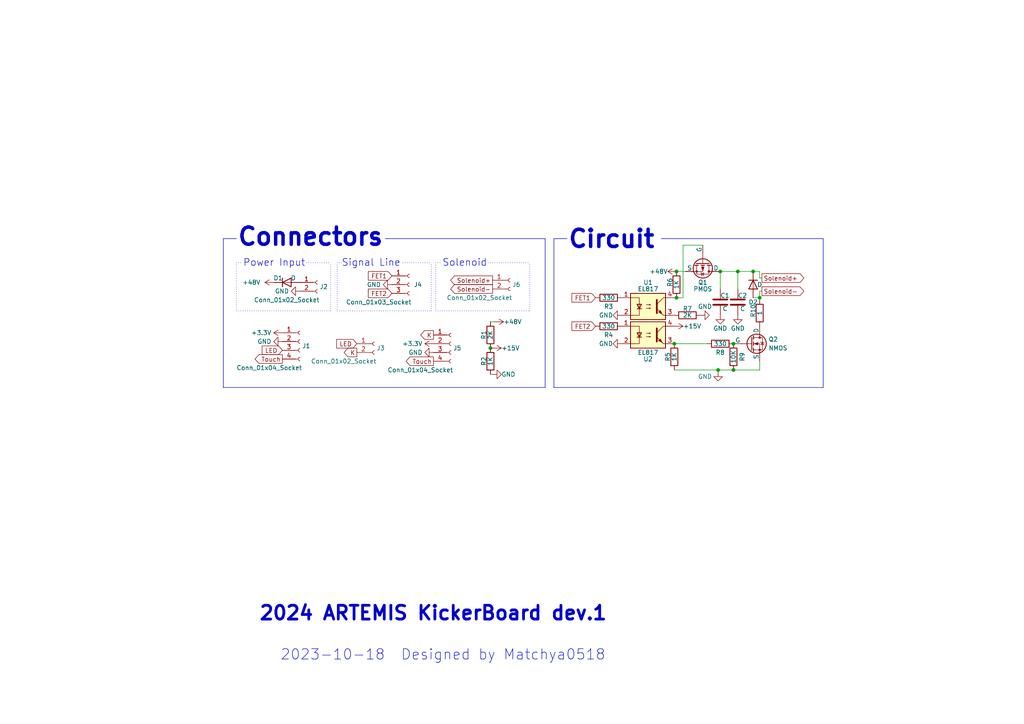
<source format=kicad_sch>
(kicad_sch (version 20230121) (generator eeschema)
  (paper "A4")
  (lib_symbols
    (symbol "Connector:Conn_01x02_Socket" (pin_names (offset 1.016) hide)
      (property "Reference" "J" (at 0 2.54 0))
      (property "Value" "Conn_01x02_Socket" (at 0 -5.08 0))
      (symbol "Conn_01x02_Socket_1_1"
        (arc (start 0 -2.032) (mid -0.5058 -2.54) (end 0 -3.048) (stroke (width 0.1524)))
        (polyline (pts (xy -1.27 -2.54) (xy -0.508 -2.54)) (stroke (width 0.1524)))
        (polyline (pts (xy -1.27 0) (xy -0.508 0)) (stroke (width 0.1524)))
        (arc (start 0 0.508) (mid -0.5058 0) (end 0 -0.508) (stroke (width 0.1524)))
        (pin passive line (at -5.08 0 0) (length 3.81) (name "Pin_1") (number "1"))
        (pin passive line (at -5.08 -2.54 0) (length 3.81) (name "Pin_2") (number "2"))
      )
    )
    (symbol "Connector:Conn_01x03_Socket" (pin_names (offset 1.016) hide)
      (property "Reference" "J" (at 0 5.08 0))
      (property "Value" "Conn_01x03_Socket" (at 0 -5.08 0))
      (symbol "Conn_01x03_Socket_1_1"
        (arc (start 0 -2.032) (mid -0.5058 -2.54) (end 0 -3.048) (stroke (width 0.1524)))
        (polyline (pts (xy -1.27 -2.54) (xy -0.508 -2.54)) (stroke (width 0.1524)))
        (polyline (pts (xy -1.27 0) (xy -0.508 0)) (stroke (width 0.1524)))
        (polyline (pts (xy -1.27 2.54) (xy -0.508 2.54)) (stroke (width 0.1524)))
        (arc (start 0 0.508) (mid -0.5058 0) (end 0 -0.508) (stroke (width 0.1524)))
        (arc (start 0 3.048) (mid -0.5058 2.54) (end 0 2.032) (stroke (width 0.1524)))
        (pin passive line (at -5.08 2.54 0) (length 3.81) (name "Pin_1") (number "1"))
        (pin passive line (at -5.08 0 0) (length 3.81) (name "Pin_2") (number "2"))
        (pin passive line (at -5.08 -2.54 0) (length 3.81) (name "Pin_3") (number "3"))
      )
    )
    (symbol "Connector:Conn_01x04_Socket" (pin_names (offset 1.016) hide)
      (property "Reference" "J" (at 0 5.08 0))
      (property "Value" "Conn_01x04_Socket" (at 0 -7.62 0))
      (symbol "Conn_01x04_Socket_1_1"
        (arc (start 0 -4.572) (mid -0.5058 -5.08) (end 0 -5.588) (stroke (width 0.1524)))
        (arc (start 0 -2.032) (mid -0.5058 -2.54) (end 0 -3.048) (stroke (width 0.1524)))
        (polyline (pts (xy -1.27 -5.08) (xy -0.508 -5.08)) (stroke (width 0.1524)))
        (polyline (pts (xy -1.27 -2.54) (xy -0.508 -2.54)) (stroke (width 0.1524)))
        (polyline (pts (xy -1.27 0) (xy -0.508 0)) (stroke (width 0.1524)))
        (polyline (pts (xy -1.27 2.54) (xy -0.508 2.54)) (stroke (width 0.1524)))
        (arc (start 0 0.508) (mid -0.5058 0) (end 0 -0.508) (stroke (width 0.1524)))
        (arc (start 0 3.048) (mid -0.5058 2.54) (end 0 2.032) (stroke (width 0.1524)))
        (pin passive line (at -5.08 2.54 0) (length 3.81) (name "Pin_1") (number "1"))
        (pin passive line (at -5.08 0 0) (length 3.81) (name "Pin_2") (number "2"))
        (pin passive line (at -5.08 -2.54 0) (length 3.81) (name "Pin_3") (number "3"))
        (pin passive line (at -5.08 -5.08 0) (length 3.81) (name "Pin_4") (number "4"))
      )
    )
    (symbol "Device:C" (pin_numbers hide) (pin_names (offset 0.254))
      (property "Reference" "C" (at 0.635 2.54 0))
      (property "Value" "C" (at 0.635 -2.54 0))
      (symbol "C_0_1"
        (polyline (pts (xy -2.032 -0.762) (xy 2.032 -0.762)) (stroke (width 0.508)))
        (polyline (pts (xy -2.032 0.762) (xy 2.032 0.762)) (stroke (width 0.508)))
      )
      (symbol "C_1_1"
        (pin passive line (at 0 3.81 270) (length 2.794) (name "~") (number "1"))
        (pin passive line (at 0 -3.81 90) (length 2.794) (name "~") (number "2"))
      )
    )
    (symbol "Device:D" (pin_numbers hide) (pin_names (offset 1.016) hide)
      (property "Reference" "D" (at 0 2.54 0))
      (property "Value" "D" (at 0 -2.54 0))
      (symbol "D_0_1"
        (polyline (pts (xy -1.27 1.27) (xy -1.27 -1.27)) (stroke (width 0.254)))
        (polyline (pts (xy 1.27 0) (xy -1.27 0)))
        (polyline (pts (xy 1.27 1.27) (xy 1.27 -1.27) (xy -1.27 0) (xy 1.27 1.27)) (stroke (width 0.254)))
      )
      (symbol "D_1_1"
        (pin passive line (at -3.81 0 0) (length 2.54) (name "K") (number "1"))
        (pin passive line (at 3.81 0 180) (length 2.54) (name "A") (number "2"))
      )
    )
    (symbol "Device:R" (pin_numbers hide) (pin_names (offset 0))
      (property "Reference" "R" (at 2.032 0 90))
      (property "Value" "R" (at 0 0 90))
      (symbol "R_0_1"
        (rectangle (start -1.016 -2.54) (end 1.016 2.54) (stroke (width 0.254)))
      )
      (symbol "R_1_1"
        (pin passive line (at 0 3.81 270) (length 1.27) (name "~") (number "1"))
        (pin passive line (at 0 -3.81 90) (length 1.27) (name "~") (number "2"))
      )
    )
    (symbol "Isolator:EL817" (pin_names (offset 1.016))
      (property "Reference" "U" (at -5.08 5.08 0))
      (property "Value" "EL817" (at 0 5.08 0))
      (symbol "EL817_0_1"
        (rectangle (start -5.08 3.81) (end 5.08 -3.81) (stroke (width 0.254)) (fill (type background)))
        (polyline (pts (xy -3.175 -0.635) (xy -1.905 -0.635)) (stroke (width 0.254)))
        (polyline (pts (xy 2.54 0.635) (xy 4.445 2.54)))
        (polyline (pts (xy 4.445 -2.54) (xy 2.54 -0.635)) (fill (type outline)))
        (polyline (pts (xy 4.445 -2.54) (xy 5.08 -2.54)))
        (polyline (pts (xy 4.445 2.54) (xy 5.08 2.54)))
        (polyline (pts (xy -5.08 2.54) (xy -2.54 2.54) (xy -2.54 -0.635)))
        (polyline (pts (xy -2.54 -0.635) (xy -2.54 -2.54) (xy -5.08 -2.54)))
        (polyline (pts (xy 2.54 1.905) (xy 2.54 -1.905) (xy 2.54 -1.905)) (stroke (width 0.508)))
        (polyline (pts (xy -2.54 -0.635) (xy -3.175 0.635) (xy -1.905 0.635) (xy -2.54 -0.635)) (stroke (width 0.254)))
        (polyline (pts (xy -0.508 -0.508) (xy 0.762 -0.508) (xy 0.381 -0.635) (xy 0.381 -0.381) (xy 0.762 -0.508)))
        (polyline (pts (xy -0.508 0.508) (xy 0.762 0.508) (xy 0.381 0.381) (xy 0.381 0.635) (xy 0.762 0.508)))
        (polyline (pts (xy 3.048 -1.651) (xy 3.556 -1.143) (xy 4.064 -2.159) (xy 3.048 -1.651) (xy 3.048 -1.651)) (fill (type outline)))
      )
      (symbol "EL817_1_1"
        (pin passive line (at -7.62 2.54 0) (length 2.54) (name "~") (number "1"))
        (pin passive line (at -7.62 -2.54 0) (length 2.54) (name "~") (number "2"))
        (pin passive line (at 7.62 -2.54 180) (length 2.54) (name "~") (number "3"))
        (pin passive line (at 7.62 2.54 180) (length 2.54) (name "~") (number "4"))
      )
    )
    (symbol "Simulation_SPICE:NMOS" (pin_numbers hide) (pin_names (offset 0))
      (property "Reference" "Q" (at 5.08 1.27 0))
      (property "Value" "NMOS" (at 5.08 -1.27 0))
      (symbol "NMOS_0_1"
        (polyline (pts (xy 0.254 0) (xy -2.54 0)))
        (polyline (pts (xy 0.254 1.905) (xy 0.254 -1.905)) (stroke (width 0.254)))
        (polyline (pts (xy 0.762 -1.27) (xy 0.762 -2.286)) (stroke (width 0.254)))
        (polyline (pts (xy 0.762 0.508) (xy 0.762 -0.508)) (stroke (width 0.254)))
        (polyline (pts (xy 0.762 2.286) (xy 0.762 1.27)) (stroke (width 0.254)))
        (polyline (pts (xy 2.54 2.54) (xy 2.54 1.778)))
        (polyline (pts (xy 2.54 -2.54) (xy 2.54 0) (xy 0.762 0)))
        (polyline (pts (xy 0.762 -1.778) (xy 3.302 -1.778) (xy 3.302 1.778) (xy 0.762 1.778)))
        (polyline (pts (xy 1.016 0) (xy 2.032 0.381) (xy 2.032 -0.381) (xy 1.016 0)) (fill (type outline)))
        (polyline (pts (xy 2.794 0.508) (xy 2.921 0.381) (xy 3.683 0.381) (xy 3.81 0.254)))
        (polyline (pts (xy 3.302 0.381) (xy 2.921 -0.254) (xy 3.683 -0.254) (xy 3.302 0.381)))
        (circle (center 1.651 0) (radius 2.794) (stroke (width 0.254)))
        (circle (center 2.54 -1.778) (radius 0.254) (fill (type outline)))
        (circle (center 2.54 1.778) (radius 0.254) (fill (type outline)))
      )
      (symbol "NMOS_1_1"
        (pin passive line (at 2.54 5.08 270) (length 2.54) (name "D") (number "1"))
        (pin input line (at -5.08 0 0) (length 2.54) (name "G") (number "2"))
        (pin passive line (at 2.54 -5.08 90) (length 2.54) (name "S") (number "3"))
      )
    )
    (symbol "Simulation_SPICE:PMOS" (pin_numbers hide) (pin_names (offset 0))
      (property "Reference" "Q" (at 5.08 1.27 0))
      (property "Value" "PMOS" (at 5.08 -1.27 0))
      (symbol "PMOS_0_1"
        (polyline (pts (xy 0.254 0) (xy -2.54 0)))
        (polyline (pts (xy 0.254 1.905) (xy 0.254 -1.905)) (stroke (width 0.254)))
        (polyline (pts (xy 0.762 -1.27) (xy 0.762 -2.286)) (stroke (width 0.254)))
        (polyline (pts (xy 0.762 0.508) (xy 0.762 -0.508)) (stroke (width 0.254)))
        (polyline (pts (xy 0.762 2.286) (xy 0.762 1.27)) (stroke (width 0.254)))
        (polyline (pts (xy 2.54 2.54) (xy 2.54 1.778)))
        (polyline (pts (xy 2.54 -2.54) (xy 2.54 0) (xy 0.762 0)))
        (polyline (pts (xy 0.762 1.778) (xy 3.302 1.778) (xy 3.302 -1.778) (xy 0.762 -1.778)))
        (polyline (pts (xy 2.286 0) (xy 1.27 0.381) (xy 1.27 -0.381) (xy 2.286 0)) (fill (type outline)))
        (polyline (pts (xy 2.794 -0.508) (xy 2.921 -0.381) (xy 3.683 -0.381) (xy 3.81 -0.254)))
        (polyline (pts (xy 3.302 -0.381) (xy 2.921 0.254) (xy 3.683 0.254) (xy 3.302 -0.381)))
        (circle (center 1.651 0) (radius 2.794) (stroke (width 0.254)))
        (circle (center 2.54 -1.778) (radius 0.254) (fill (type outline)))
        (circle (center 2.54 1.778) (radius 0.254) (fill (type outline)))
      )
      (symbol "PMOS_1_1"
        (pin passive line (at 2.54 5.08 270) (length 2.54) (name "D") (number "1"))
        (pin input line (at -5.08 0 0) (length 2.54) (name "G") (number "2"))
        (pin passive line (at 2.54 -5.08 90) (length 2.54) (name "S") (number "3"))
      )
    )
    (symbol "power:+15V" (power) (pin_names (offset 0))
      (property "Value" "+15V" (at 0 3.556 0))
      (symbol "+15V_0_1"
        (polyline (pts (xy -0.762 1.27) (xy 0 2.54)))
        (polyline (pts (xy 0 0) (xy 0 2.54)))
        (polyline (pts (xy 0 2.54) (xy 0.762 1.27)))
      )
      (symbol "+15V_1_1"
        (pin power_in line (at 0 0 90) (length 0) hide (name "+15V") (number "1"))
      )
    )
    (symbol "power:+3.3V" (power) (pin_names (offset 0))
      (property "Value" "+3.3V" (at 0 3.556 0))
      (symbol "+3.3V_0_1"
        (polyline (pts (xy -0.762 1.27) (xy 0 2.54)))
        (polyline (pts (xy 0 0) (xy 0 2.54)))
        (polyline (pts (xy 0 2.54) (xy 0.762 1.27)))
      )
      (symbol "+3.3V_1_1"
        (pin power_in line (at 0 0 90) (length 0) hide (name "+3.3V") (number "1"))
      )
    )
    (symbol "power:+48V" (power) (pin_names (offset 0))
      (property "Value" "+48V" (at 0 3.556 0))
      (symbol "+48V_0_1"
        (polyline (pts (xy -0.762 1.27) (xy 0 2.54)))
        (polyline (pts (xy 0 0) (xy 0 2.54)))
        (polyline (pts (xy 0 2.54) (xy 0.762 1.27)))
      )
      (symbol "+48V_1_1"
        (pin power_in line (at 0 0 90) (length 0) hide (name "+48V") (number "1"))
      )
    )
    (symbol "power:GND" (power) (pin_names (offset 0))
      (property "Value" "GND" (at 0 -3.81 0))
      (symbol "GND_0_1"
        (polyline (pts (xy 0 0) (xy 0 -1.27) (xy 1.27 -1.27) (xy 0 -2.54) (xy -1.27 -1.27) (xy 0 -1.27)))
      )
      (symbol "GND_1_1"
        (pin power_in line (at 0 0 270) (length 0) hide (name "GND") (number "1"))
      )
    )
  )
  (junction (at 220.345 86.36))
  (junction (at 196.215 78.74))
  (junction (at 208.915 78.74))
  (junction (at 213.995 78.74))
  (junction (at 212.725 99.695))
  (junction (at 196.215 86.36))
  (junction (at 218.44 78.74))
  (junction (at 208.28 107.315))
  (junction (at 212.725 107.315))
  (junction (at 195.58 99.695))
  (junction (at 142.24 100.965))
  (wire (pts (xy 142.875 108.585) (xy 142.24 108.585)))
  (wire (pts (xy 196.215 86.36) (xy 198.12 86.36)))
  (polyline (pts (xy 99.06 76.2) (xy 97.79 76.2)) (stroke (width 0) (type dot)))
  (wire (pts (xy 142.24 93.345) (xy 143.51 93.345)))
  (wire (pts (xy 213.995 78.74) (xy 218.44 78.74)))
  (polyline (pts (xy 160.655 69.215) (xy 160.655 112.395)))
  (wire (pts (xy 220.345 84.455) (xy 220.345 86.36)))
  (polyline (pts (xy 160.655 112.395) (xy 238.76 112.395)))
  (polyline (pts (xy 141.605 76.2) (xy 153.67 76.2)) (stroke (width 0) (type dot)))
  (wire (pts (xy 195.58 86.36) (xy 196.215 86.36)))
  (wire (pts (xy 196.215 78.74) (xy 198.755 78.74)))
  (wire (pts (xy 198.12 71.12) (xy 203.835 71.12)))
  (wire (pts (xy 218.44 86.36) (xy 220.345 86.36)))
  (polyline (pts (xy 238.76 112.395) (xy 238.76 69.215)))
  (wire (pts (xy 195.58 107.315) (xy 208.28 107.315)))
  (polyline (pts (xy 88.9 76.2) (xy 95.885 76.2)) (stroke (width 0) (type dot)))
  (polyline (pts (xy 153.67 90.17) (xy 153.67 76.2)) (stroke (width 0) (type dot)))
  (polyline (pts (xy 191.77 69.215) (xy 238.76 69.215)))
  (wire (pts (xy 220.345 80.645) (xy 220.345 78.74)))
  (polyline (pts (xy 97.79 76.2) (xy 97.79 90.17)) (stroke (width 0) (type dot)))
  (wire (pts (xy 208.28 107.95) (xy 208.28 107.315)))
  (polyline (pts (xy 68.58 90.17) (xy 95.885 90.17)) (stroke (width 0) (type dot)))
  (wire (pts (xy 220.345 86.36) (xy 220.345 86.995)))
  (polyline (pts (xy 68.58 69.215) (xy 64.77 69.215)))
  (polyline (pts (xy 126.365 90.17) (xy 153.67 90.17)) (stroke (width 0) (type dot)))
  (wire (pts (xy 218.44 78.74) (xy 220.345 78.74)))
  (polyline (pts (xy 64.77 112.395) (xy 158.115 112.395)))
  (wire (pts (xy 142.875 100.965) (xy 142.24 100.965)))
  (wire (pts (xy 220.345 84.455) (xy 220.98 84.455)))
  (wire (pts (xy 220.345 107.315) (xy 220.345 104.775)))
  (wire (pts (xy 212.725 107.315) (xy 220.345 107.315)))
  (polyline (pts (xy 164.465 69.215) (xy 160.655 69.215)))
  (wire (pts (xy 198.12 86.36) (xy 198.12 71.12)))
  (wire (pts (xy 208.915 83.82) (xy 208.915 78.74)))
  (polyline (pts (xy 111.76 69.215) (xy 158.115 69.215)))
  (polyline (pts (xy 127.635 76.2) (xy 126.365 76.2)) (stroke (width 0) (type dot)))
  (polyline (pts (xy 95.885 90.17) (xy 95.885 76.2)) (stroke (width 0) (type dot)))
  (polyline (pts (xy 64.77 69.215) (xy 64.77 112.395)))
  (polyline (pts (xy 97.79 90.17) (xy 125.095 90.17)) (stroke (width 0) (type dot)))
  (polyline (pts (xy 125.095 90.17) (xy 125.095 76.2)) (stroke (width 0) (type dot)))
  (wire (pts (xy 213.995 83.82) (xy 213.995 78.74)))
  (polyline (pts (xy 126.365 76.2) (xy 126.365 90.17)) (stroke (width 0) (type dot)))
  (wire (pts (xy 208.915 78.74) (xy 213.995 78.74)))
  (polyline (pts (xy 69.85 76.2) (xy 68.58 76.2)) (stroke (width 0) (type dot)))
  (polyline (pts (xy 116.84 76.2) (xy 125.095 76.2)) (stroke (width 0) (type dot)))
  (polyline (pts (xy 68.58 76.2) (xy 68.58 90.17)) (stroke (width 0) (type dot)))
  (wire (pts (xy 208.28 107.315) (xy 212.725 107.315)))
  (wire (pts (xy 220.98 80.645) (xy 220.345 80.645)))
  (wire (pts (xy 195.58 99.695) (xy 205.105 99.695)))
  (polyline (pts (xy 158.115 112.395) (xy 158.115 69.215)))
  (text "Power Input" (at 70.485 77.47 0) (effects (font (size 2 2)) (justify left bottom)))
  (text "Connectors" (at 68.58 71.755 0) (effects (font (size 5 5) bold) (justify left bottom)))
  (text "2023-10-18" (at 81.28 191.77 0) (effects (font (size 3 3)) (justify left bottom)))
  (text "Circuit" (at 164.465 72.39 0) (effects (font (size 5 5) (thickness 1) bold) (justify left bottom)))
  (text "Designed by Matchya0518" (at 116.205 191.77 0) (effects (font (size 3 3)) (justify left bottom)))
  (text "Solenoid" (at 128.27 77.47 0) (effects (font (size 2 2)) (justify left bottom)))
  (text "Signal Line" (at 99.06 77.47 0) (effects (font (size 2 2)) (justify left bottom)))
  (text "2024 ARTEMIS KickerBoard dev.1" (at 74.93 180.34 0) (effects (font (size 4 4) (thickness 0.8) bold) (justify left bottom)))
  (global_label "LED" (shape input) (at 103.505 99.695 180) (property "Intersheetrefs" "${INTERSHEET_REFS}" (effects hide)))
  (global_label "FET1" (shape input) (at 172.72 86.36 180) (property "Intersheetrefs" "${INTERSHEET_REFS}" (effects hide)))
  (global_label "Touch" (shape output) (at 81.915 104.14 180) (property "Intersheetrefs" "${INTERSHEET_REFS}" (effects hide)))
  (global_label "Solenoid+" (shape output) (at 220.98 80.645 0) (property "Intersheetrefs" "${INTERSHEET_REFS}" (effects hide)))
  (global_label "FET2" (shape input) (at 113.665 85.09 180) (property "Intersheetrefs" "${INTERSHEET_REFS}" (effects hide)))
  (global_label "LED" (shape input) (at 81.915 101.6 180) (property "Intersheetrefs" "${INTERSHEET_REFS}" (effects hide)))
  (global_label "Solenoid+" (shape output) (at 142.875 81.28 180) (property "Intersheetrefs" "${INTERSHEET_REFS}" (effects hide)))
  (global_label "Solenoid-" (shape output) (at 142.875 83.82 180) (property "Intersheetrefs" "${INTERSHEET_REFS}" (effects hide)))
  (global_label "FET1" (shape input) (at 113.665 80.01 180) (property "Intersheetrefs" "${INTERSHEET_REFS}" (effects hide)))
  (global_label "K" (shape output) (at 125.73 97.155 180) (property "Intersheetrefs" "${INTERSHEET_REFS}" (effects hide)))
  (global_label "K" (shape output) (at 103.505 102.235 180) (property "Intersheetrefs" "${INTERSHEET_REFS}" (effects hide)))
  (global_label "FET2" (shape input) (at 172.72 94.615 180) (property "Intersheetrefs" "${INTERSHEET_REFS}" (effects hide)))
  (global_label "Solenoid-" (shape output) (at 220.98 84.455 0) (property "Intersheetrefs" "${INTERSHEET_REFS}" (effects hide)))
  (global_label "Touch" (shape output) (at 125.73 104.775 180) (property "Intersheetrefs" "${INTERSHEET_REFS}" (effects hide)))
  (symbol (lib_id "Simulation_SPICE:NMOS") (at 217.805 99.695 0) (unit 1)
    (property "Reference" "Q2" (at 222.885 98.425 0) (effects (justify left)))
    (property "Value" "NMOS" (at 222.885 100.965 0) (effects (justify left)))
    (property "Footprint" "_Others:FS70SMJ" (effects hide))
    (property "Datasheet" "https://ngspice.sourceforge.io/docs/ngspice-manual.pdf" (effects hide))
    (property "Sim.Device" "NMOS" (effects hide))
    (property "Sim.Type" "VDMOS" (effects hide))
    (property "Sim.Pins" "1=D 2=G 3=S" (effects hide))
  )
  (symbol (lib_id "Device:R") (at 176.53 94.615 90) (unit 1)
    (property "Reference" "R4" (at 176.53 97.155 90))
    (property "Value" "330" (at 176.53 94.615 90))
    (property "Footprint" "Resistor_THT:R_Axial_DIN0204_L3.6mm_D1.6mm_P5.08mm_Horizontal" (effects hide))
  )
  (symbol (lib_id "power:+48V") (at 196.215 78.74 90) (unit 1)
    (property "Reference" "#PWR014" (effects hide))
    (property "Value" "+48V" (at 193.675 78.74 90) (effects (justify left)))
  )
  (symbol (lib_id "Device:C") (at 208.915 87.63 0) (unit 1)
    (property "Reference" "C1" (at 208.915 85.725 0) (effects (justify left)))
    (property "Value" "C" (at 209.55 89.535 0) (effects (justify left)))
    (property "Footprint" "Capacitor_THT:CP_Radial_D18.0mm_P7.50mm" (effects hide))
  )
  (symbol (lib_id "Device:D") (at 83.185 81.915 0) (unit 1)
    (property "Reference" "D1" (at 80.645 80.645 0))
    (property "Value" "D" (at 85.09 80.645 0))
    (property "Footprint" "Diode_THT:D_5W_P10.16mm_Horizontal" (effects hide))
    (property "Sim.Device" "D" (effects hide))
    (property "Sim.Pins" "1=K 2=A" (effects hide))
  )
  (symbol (lib_id "power:GND") (at 86.995 84.455 270) (unit 1)
    (property "Reference" "#PWR04" (effects hide))
    (property "Value" "GND" (at 83.82 84.455 90) (effects (justify right)))
  )
  (symbol (lib_id "power:GND") (at 180.34 99.695 270) (unit 1)
    (property "Reference" "#PWR012" (effects hide))
    (property "Value" "GND" (at 177.8 99.695 90) (effects (justify right)))
  )
  (symbol (lib_id "power:+3.3V") (at 81.915 96.52 90) (unit 1)
    (property "Reference" "#PWR02" (effects hide))
    (property "Value" "+3.3V" (at 78.74 96.52 90) (effects (justify left)))
  )
  (symbol (lib_id "power:+15V") (at 142.875 100.965 270) (unit 1)
    (property "Reference" "#PWR08" (effects hide))
    (property "Value" "+15V" (at 145.415 100.965 90) (effects (justify left)))
  )
  (symbol (lib_id "power:+3.3V") (at 125.73 99.695 90) (unit 1)
    (property "Reference" "#PWR06" (effects hide))
    (property "Value" "+3.3V" (at 122.555 99.695 90) (effects (justify left)))
  )
  (symbol (lib_id "power:+48V") (at 79.375 81.915 90) (unit 1)
    (property "Reference" "#PWR01" (effects hide))
    (property "Value" "+48V" (at 75.565 81.915 90) (effects (justify left)))
  )
  (symbol (lib_id "power:GND") (at 208.28 107.95 0) (unit 1)
    (property "Reference" "#PWR016" (effects hide))
    (property "Value" "GND" (at 204.47 109.22 0))
  )
  (symbol (lib_id "power:GND") (at 125.73 102.235 270) (unit 1)
    (property "Reference" "#PWR07" (effects hide))
    (property "Value" "GND" (at 122.555 102.235 90) (effects (justify right)))
  )
  (symbol (lib_id "power:GND") (at 81.915 99.06 270) (unit 1)
    (property "Reference" "#PWR03" (effects hide))
    (property "Value" "GND" (at 78.74 99.06 90) (effects (justify right)))
  )
  (symbol (lib_id "Device:R") (at 208.915 99.695 90) (unit 1)
    (property "Reference" "R8" (at 208.915 102.235 90))
    (property "Value" "330" (at 208.915 99.695 90))
    (property "Footprint" "Resistor_THT:R_Axial_DIN0204_L3.6mm_D1.6mm_P5.08mm_Horizontal" (effects hide))
  )
  (symbol (lib_id "power:GND") (at 113.665 82.55 270) (unit 1)
    (property "Reference" "#PWR05" (effects hide))
    (property "Value" "GND" (at 110.49 82.55 90) (effects (justify right)))
  )
  (symbol (lib_id "Connector:Conn_01x04_Socket") (at 130.81 99.695 0) (unit 1)
    (property "Reference" "J5" (at 131.445 100.965 0) (effects (justify left)))
    (property "Value" "Conn_01x04_Socket" (at 112.395 107.315 0) (effects (justify left)))
    (property "Footprint" "Connector_PinSocket_2.54mm:PinSocket_1x04_P2.54mm_Horizontal" (effects hide))
  )
  (symbol (lib_id "Connector:Conn_01x04_Socket") (at 86.995 99.06 0) (unit 1)
    (property "Reference" "J1" (at 87.63 100.33 0) (effects (justify left)))
    (property "Value" "Conn_01x04_Socket" (at 68.58 106.68 0) (effects (justify left)))
    (property "Footprint" "Connector_JST:JST_XH_S4B-XH-A_1x04_P2.50mm_Horizontal" (effects hide))
  )
  (symbol (lib_id "power:+15V") (at 195.58 94.615 270) (unit 1)
    (property "Reference" "#PWR013" (effects hide))
    (property "Value" "+15V" (at 198.12 94.615 90) (effects (justify left)))
  )
  (symbol (lib_id "Device:R") (at 212.725 103.505 0) (unit 1)
    (property "Reference" "R9" (at 215.265 103.505 90))
    (property "Value" "10K" (at 212.725 103.505 90))
    (property "Footprint" "Resistor_THT:R_Axial_DIN0204_L3.6mm_D1.6mm_P5.08mm_Horizontal" (effects hide))
  )
  (symbol (lib_id "power:GND") (at 203.2 91.44 90) (unit 1)
    (property "Reference" "#PWR015" (effects hide))
    (property "Value" "GND" (at 204.47 88.9 90))
  )
  (symbol (lib_id "Device:R") (at 220.345 90.805 0) (unit 1)
    (property "Reference" "R10" (at 218.44 90.17 90))
    (property "Value" "1" (at 220.345 90.805 90))
    (property "Footprint" "Resistor_THT:R_Axial_DIN0414_L11.9mm_D4.5mm_P15.24mm_Horizontal" (effects hide))
  )
  (symbol (lib_id "Simulation_SPICE:PMOS") (at 203.835 76.2 270) (unit 1)
    (property "Reference" "Q1" (at 203.835 81.915 90))
    (property "Value" "PMOS" (at 203.835 83.82 90))
    (property "Footprint" "_Others:FS70SMJ" (effects hide))
    (property "Datasheet" "https://ngspice.sourceforge.io/docs/ngspice-manual.pdf" (effects hide))
    (property "Sim.Device" "PMOS" (effects hide))
    (property "Sim.Type" "VDMOS" (effects hide))
    (property "Sim.Pins" "1=D 2=G 3=S" (effects hide))
  )
  (symbol (lib_id "Device:R") (at 142.24 97.155 180) (unit 1)
    (property "Reference" "R1" (at 140.335 97.155 90))
    (property "Value" "2K" (at 142.24 97.155 90))
    (property "Footprint" "Resistor_THT:R_Axial_DIN0204_L3.6mm_D1.6mm_P5.08mm_Horizontal" (effects hide))
  )
  (symbol (lib_id "power:GND") (at 213.995 91.44 0) (unit 1)
    (property "Reference" "#PWR018" (effects hide))
    (property "Value" "GND" (at 213.995 95.25 0))
  )
  (symbol (lib_id "power:+48V") (at 143.51 93.345 270) (unit 1)
    (property "Reference" "#PWR010" (effects hide))
    (property "Value" "+48V" (at 146.05 93.345 90) (effects (justify left)))
  )
  (symbol (lib_id "Connector:Conn_01x03_Socket") (at 118.745 82.55 0) (unit 1)
    (property "Reference" "J4" (at 120.015 82.55 0) (effects (justify left)))
    (property "Value" "Conn_01x03_Socket" (at 100.33 87.63 0) (effects (justify left)))
    (property "Footprint" "Connector_JST:JST_XH_S3B-XH-A_1x03_P2.50mm_Horizontal" (effects hide))
  )
  (symbol (lib_id "Device:C") (at 213.995 87.63 0) (unit 1)
    (property "Reference" "C2" (at 213.995 85.725 0) (effects (justify left)))
    (property "Value" "C" (at 214.63 89.535 0) (effects (justify left)))
    (property "Footprint" "Capacitor_THT:CP_Radial_D18.0mm_P7.50mm" (effects hide))
  )
  (symbol (lib_id "Connector:Conn_01x02_Socket") (at 92.075 81.915 0) (unit 1)
    (property "Reference" "J2" (at 92.71 83.185 0) (effects (justify left)))
    (property "Value" "Conn_01x02_Socket" (at 73.66 86.995 0) (effects (justify left)))
    (property "Footprint" "Connector_JST:JST_XH_S2B-XH-A_1x02_P2.50mm_Horizontal" (effects hide))
  )
  (symbol (lib_id "power:GND") (at 142.875 108.585 90) (unit 1)
    (property "Reference" "#PWR09" (effects hide))
    (property "Value" "GND" (at 145.415 108.585 90) (effects (justify right)))
  )
  (symbol (lib_id "Device:R") (at 196.215 82.55 0) (unit 1)
    (property "Reference" "R6" (at 194.31 81.915 90))
    (property "Value" "1K" (at 196.215 82.55 90))
    (property "Footprint" "Resistor_THT:R_Axial_DIN0204_L3.6mm_D1.6mm_P5.08mm_Horizontal" (effects hide))
  )
  (symbol (lib_id "Device:R") (at 176.53 86.36 90) (unit 1)
    (property "Reference" "R3" (at 176.53 88.9 90))
    (property "Value" "330" (at 176.53 86.36 90))
    (property "Footprint" "Resistor_THT:R_Axial_DIN0204_L3.6mm_D1.6mm_P5.08mm_Horizontal" (effects hide))
  )
  (symbol (lib_id "power:GND") (at 180.34 91.44 270) (unit 1)
    (property "Reference" "#PWR011" (effects hide))
    (property "Value" "GND" (at 177.8 91.44 90) (effects (justify right)))
  )
  (symbol (lib_id "Device:R") (at 142.24 104.775 180) (unit 1)
    (property "Reference" "R2" (at 140.335 104.775 90))
    (property "Value" "1K" (at 142.24 104.775 90))
    (property "Footprint" "Resistor_THT:R_Axial_DIN0204_L3.6mm_D1.6mm_P5.08mm_Horizontal" (effects hide))
  )
  (symbol (lib_id "power:GND") (at 208.915 91.44 0) (unit 1)
    (property "Reference" "#PWR017" (effects hide))
    (property "Value" "GND" (at 208.915 95.25 0))
  )
  (symbol (lib_id "Device:R") (at 195.58 103.505 180) (unit 1)
    (property "Reference" "R5" (at 193.675 103.505 90))
    (property "Value" "1K" (at 195.58 103.505 90))
    (property "Footprint" "Resistor_THT:R_Axial_DIN0204_L3.6mm_D1.6mm_P5.08mm_Horizontal" (effects hide))
  )
  (symbol (lib_id "Connector:Conn_01x02_Socket") (at 108.585 99.695 0) (unit 1)
    (property "Reference" "J3" (at 109.22 100.965 0) (effects (justify left)))
    (property "Value" "Conn_01x02_Socket" (at 90.17 104.775 0) (effects (justify left)))
    (property "Footprint" "Connector_PinSocket_2.54mm:PinSocket_1x02_P2.54mm_Horizontal" (effects hide))
  )
  (symbol (lib_id "Device:R") (at 199.39 91.44 90) (unit 1)
    (property "Reference" "R7" (at 199.39 89.535 90))
    (property "Value" "2K" (at 199.39 91.44 90))
    (property "Footprint" "Resistor_THT:R_Axial_DIN0204_L3.6mm_D1.6mm_P5.08mm_Horizontal" (effects hide))
  )
  (symbol (lib_id "Device:D") (at 218.44 82.55 270) (unit 1)
    (property "Reference" "D2" (at 218.44 87.63 90))
    (property "Value" "D" (at 220.345 82.55 90))
    (property "Footprint" "Diode_THT:D_5W_P10.16mm_Horizontal" (effects hide))
    (property "Sim.Device" "D" (effects hide))
    (property "Sim.Pins" "1=K 2=A" (effects hide))
  )
  (symbol (lib_id "Isolator:EL817") (at 187.96 97.155 0) (unit 1)
    (property "Reference" "U2" (at 187.96 104.14 0))
    (property "Value" "EL817" (at 187.96 102.235 0))
    (property "Footprint" "Package_DIP:DIP-4_W7.62mm" (effects hide))
    (property "Datasheet" "http://www.everlight.com/file/ProductFile/EL817.pdf" (effects hide))
  )
  (symbol (lib_id "Isolator:EL817") (at 187.96 88.9 0) (unit 1)
    (property "Reference" "U1" (at 187.96 81.915 0))
    (property "Value" "EL817" (at 187.96 83.82 0))
    (property "Footprint" "Package_DIP:DIP-4_W7.62mm" (effects hide))
    (property "Datasheet" "http://www.everlight.com/file/ProductFile/EL817.pdf" (effects hide))
  )
  (symbol (lib_id "Connector:Conn_01x02_Socket") (at 147.955 81.28 0) (unit 1)
    (property "Reference" "J6" (at 148.59 82.55 0) (effects (justify left)))
    (property "Value" "Conn_01x02_Socket" (at 129.54 86.36 0) (effects (justify left)))
    (property "Footprint" "Connector_JST:JST_XH_B2B-XH-A_1x02_P2.50mm_Vertical" (effects hide))
  )
)
</source>
